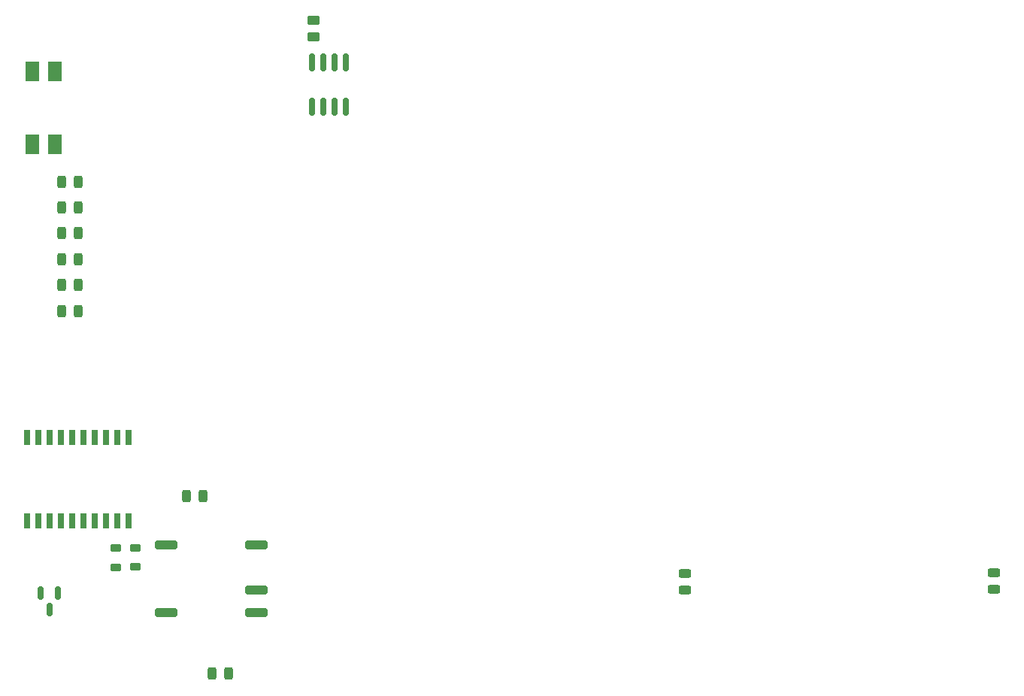
<source format=gbr>
%TF.GenerationSoftware,KiCad,Pcbnew,(6.0.1)*%
%TF.CreationDate,2022-03-05T17:58:01-06:00*%
%TF.ProjectId,MPPT,4d505054-2e6b-4696-9361-645f70636258,1.4.0*%
%TF.SameCoordinates,PX10b1ae8PY9b06478*%
%TF.FileFunction,Paste,Top*%
%TF.FilePolarity,Positive*%
%FSLAX46Y46*%
G04 Gerber Fmt 4.6, Leading zero omitted, Abs format (unit mm)*
G04 Created by KiCad (PCBNEW (6.0.1)) date 2022-03-05 17:58:01*
%MOMM*%
%LPD*%
G01*
G04 APERTURE LIST*
G04 Aperture macros list*
%AMRoundRect*
0 Rectangle with rounded corners*
0 $1 Rounding radius*
0 $2 $3 $4 $5 $6 $7 $8 $9 X,Y pos of 4 corners*
0 Add a 4 corners polygon primitive as box body*
4,1,4,$2,$3,$4,$5,$6,$7,$8,$9,$2,$3,0*
0 Add four circle primitives for the rounded corners*
1,1,$1+$1,$2,$3*
1,1,$1+$1,$4,$5*
1,1,$1+$1,$6,$7*
1,1,$1+$1,$8,$9*
0 Add four rect primitives between the rounded corners*
20,1,$1+$1,$2,$3,$4,$5,0*
20,1,$1+$1,$4,$5,$6,$7,0*
20,1,$1+$1,$6,$7,$8,$9,0*
20,1,$1+$1,$8,$9,$2,$3,0*%
G04 Aperture macros list end*
%ADD10RoundRect,0.150000X-0.150000X0.587500X-0.150000X-0.587500X0.150000X-0.587500X0.150000X0.587500X0*%
%ADD11RoundRect,0.250000X0.450000X-0.262500X0.450000X0.262500X-0.450000X0.262500X-0.450000X-0.262500X0*%
%ADD12RoundRect,0.243750X0.243750X0.456250X-0.243750X0.456250X-0.243750X-0.456250X0.243750X-0.456250X0*%
%ADD13R,0.650000X1.800000*%
%ADD14RoundRect,0.218750X0.381250X-0.218750X0.381250X0.218750X-0.381250X0.218750X-0.381250X-0.218750X0*%
%ADD15RoundRect,0.250000X-1.020000X0.250000X-1.020000X-0.250000X1.020000X-0.250000X1.020000X0.250000X0*%
%ADD16RoundRect,0.243750X0.456250X-0.243750X0.456250X0.243750X-0.456250X0.243750X-0.456250X-0.243750X0*%
%ADD17R,1.520000X2.160000*%
%ADD18RoundRect,0.243750X-0.243750X-0.456250X0.243750X-0.456250X0.243750X0.456250X-0.243750X0.456250X0*%
%ADD19RoundRect,0.150000X0.150000X-0.825000X0.150000X0.825000X-0.150000X0.825000X-0.150000X-0.825000X0*%
G04 APERTURE END LIST*
D10*
%TO.C,U10*%
X24790000Y-134127500D03*
X22890000Y-134127500D03*
X23840000Y-136002500D03*
%TD*%
D11*
%TO.C,R2*%
X53580000Y-71500000D03*
X53580000Y-69675000D03*
%TD*%
D12*
%TO.C,LED5*%
X27127500Y-87835000D03*
X25252500Y-87835000D03*
%TD*%
%TO.C,LED10*%
X27100000Y-93610000D03*
X25225000Y-93610000D03*
%TD*%
D13*
%TO.C,U9*%
X32790000Y-116617500D03*
X31520000Y-116617500D03*
X30250000Y-116617500D03*
X28980000Y-116617500D03*
X27710000Y-116617500D03*
X26440000Y-116617500D03*
X25170000Y-116617500D03*
X23900000Y-116617500D03*
X22630000Y-116617500D03*
X21360000Y-116617500D03*
X21360000Y-126067500D03*
X22630000Y-126067500D03*
X23900000Y-126067500D03*
X25170000Y-126067500D03*
X26440000Y-126067500D03*
X27710000Y-126067500D03*
X28980000Y-126067500D03*
X30250000Y-126067500D03*
X31520000Y-126067500D03*
X32790000Y-126067500D03*
%TD*%
D14*
%TO.C,L4*%
X33555000Y-131222500D03*
X33555000Y-129097500D03*
%TD*%
D12*
%TO.C,LED8*%
X27112500Y-102440000D03*
X25237500Y-102440000D03*
%TD*%
D14*
%TO.C,L3*%
X31330000Y-131237500D03*
X31330000Y-129112500D03*
%TD*%
D12*
%TO.C,LED7*%
X27112500Y-96565000D03*
X25237500Y-96565000D03*
%TD*%
D15*
%TO.C,U4*%
X47185000Y-136325000D03*
X47185000Y-133785000D03*
X47185000Y-128705000D03*
X37025000Y-128705000D03*
X37025000Y-136325000D03*
%TD*%
D16*
%TO.C,LED3*%
X130180000Y-133732500D03*
X130180000Y-131857500D03*
%TD*%
D17*
%TO.C,SW2*%
X24490000Y-75355000D03*
X21950000Y-75355000D03*
X21950000Y-83615000D03*
X24490000Y-83615000D03*
%TD*%
D12*
%TO.C,LED9*%
X27117500Y-99445000D03*
X25242500Y-99445000D03*
%TD*%
D18*
%TO.C,LED1*%
X42175000Y-143185000D03*
X44050000Y-143185000D03*
%TD*%
%TO.C,LED2*%
X39287500Y-123235000D03*
X41162500Y-123235000D03*
%TD*%
D16*
%TO.C,LED4*%
X95455000Y-133815000D03*
X95455000Y-131940000D03*
%TD*%
D19*
%TO.C,U3*%
X53425000Y-79345000D03*
X54695000Y-79345000D03*
X55965000Y-79345000D03*
X57235000Y-79345000D03*
X57235000Y-74395000D03*
X55965000Y-74395000D03*
X54695000Y-74395000D03*
X53425000Y-74395000D03*
%TD*%
D12*
%TO.C,LED6*%
X27117500Y-90730000D03*
X25242500Y-90730000D03*
%TD*%
M02*

</source>
